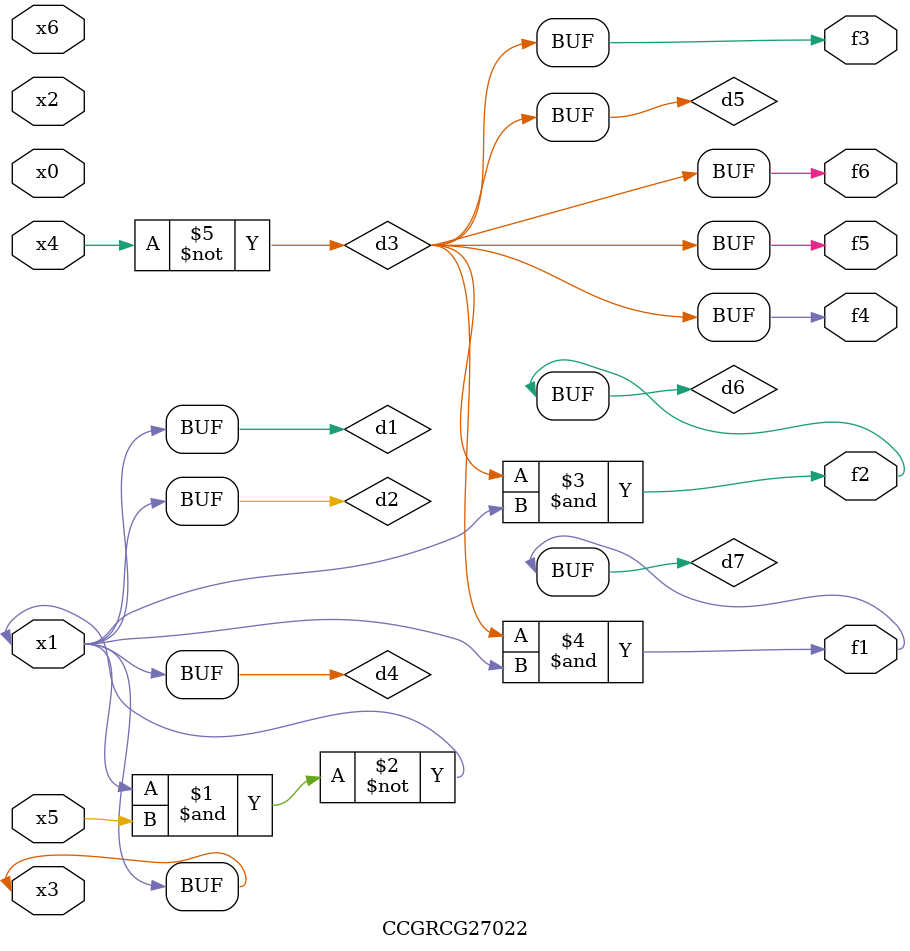
<source format=v>
module CCGRCG27022(
	input x0, x1, x2, x3, x4, x5, x6,
	output f1, f2, f3, f4, f5, f6
);

	wire d1, d2, d3, d4, d5, d6, d7;

	buf (d1, x1, x3);
	nand (d2, x1, x5);
	not (d3, x4);
	buf (d4, d1, d2);
	buf (d5, d3);
	and (d6, d3, d4);
	and (d7, d3, d4);
	assign f1 = d7;
	assign f2 = d6;
	assign f3 = d5;
	assign f4 = d5;
	assign f5 = d5;
	assign f6 = d5;
endmodule

</source>
